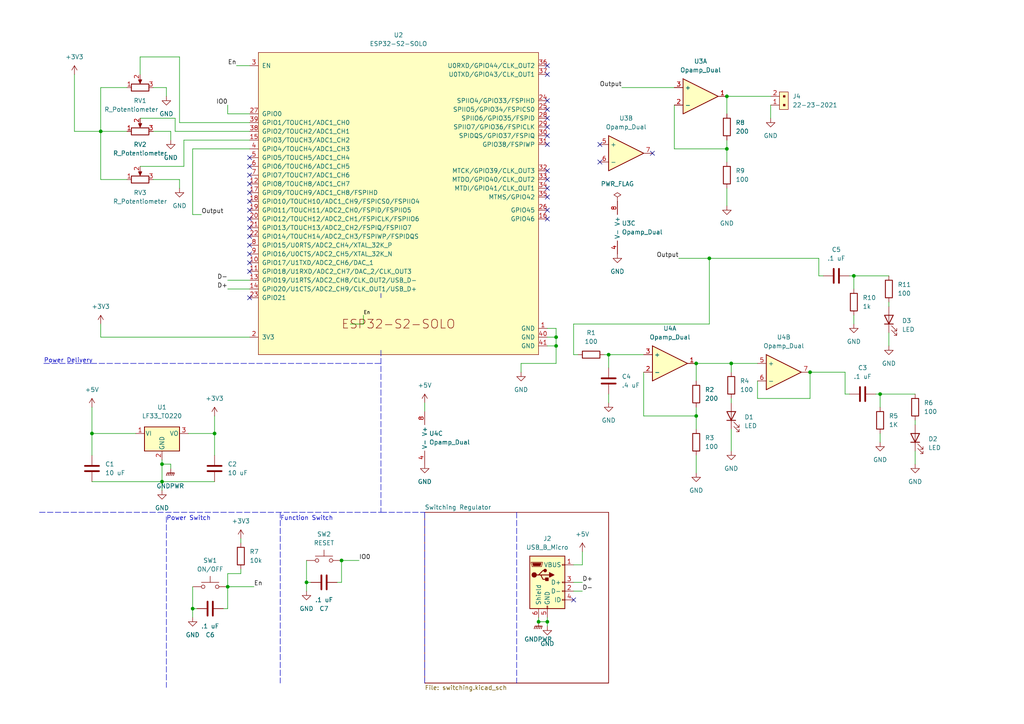
<source format=kicad_sch>
(kicad_sch (version 20211123) (generator eeschema)
  (paper "A4")
  (lib_symbols
    (symbol "Connector:USB_B_Micro" (pin_names (offset 1.016))
      (property "Reference" "J" (at -5.08 11.43 0))
      (property "Value" "USB_B_Micro" (at -5.08 8.89 0))
      (symbol "USB_B_Micro_0_1"
        (rectangle (start -5.08 -7.62) (end 5.08 7.62) (stroke (width 0.254)) (fill (type background)))
        (circle (center -3.81 2.159) (radius 0.635) (stroke (width 0.254)) (fill (type outline)))
        (circle (center -0.635 3.429) (radius 0.381) (stroke (width 0.254)) (fill (type outline)))
        (rectangle (start -0.127 -7.62) (end 0.127 -6.858))
        (polyline (pts (xy -1.905 2.159) (xy 0.635 2.159)) (stroke (width 0.254)))
        (polyline (pts (xy -3.175 2.159) (xy -2.54 2.159) (xy -1.27 3.429) (xy -0.635 3.429)) (stroke (width 0.254)))
        (polyline (pts (xy -2.54 2.159) (xy -1.905 2.159) (xy -1.27 0.889) (xy 0 0.889)) (stroke (width 0.254)))
        (polyline (pts (xy 0.635 2.794) (xy 0.635 1.524) (xy 1.905 2.159) (xy 0.635 2.794)) (stroke (width 0.254)) (fill (type outline)))
        (polyline (pts (xy -4.318 5.588) (xy -1.778 5.588) (xy -2.032 4.826) (xy -4.064 4.826) (xy -4.318 5.588)) (fill (type outline)))
        (polyline (pts (xy -4.699 5.842) (xy -4.699 5.588) (xy -4.445 4.826) (xy -4.445 4.572) (xy -1.651 4.572) (xy -1.651 4.826) (xy -1.397 5.588) (xy -1.397 5.842) (xy -4.699 5.842)))
        (rectangle (start 0.254 1.27) (end -0.508 0.508) (stroke (width 0.254)) (fill (type outline)))
        (rectangle (start 5.08 -5.207) (end 4.318 -4.953))
        (rectangle (start 5.08 -2.667) (end 4.318 -2.413))
        (rectangle (start 5.08 -0.127) (end 4.318 0.127))
        (rectangle (start 5.08 4.953) (end 4.318 5.207))
      )
      (symbol "USB_B_Micro_1_1"
        (pin power_out line (at 7.62 5.08 180) (length 2.54) (name "VBUS") (number "1"))
        (pin bidirectional line (at 7.62 -2.54 180) (length 2.54) (name "D-") (number "2"))
        (pin bidirectional line (at 7.62 0 180) (length 2.54) (name "D+") (number "3"))
        (pin passive line (at 7.62 -5.08 180) (length 2.54) (name "ID") (number "4"))
        (pin power_out line (at 0 -10.16 90) (length 2.54) (name "GND") (number "5"))
        (pin passive line (at -2.54 -10.16 90) (length 2.54) (name "Shield") (number "6"))
      )
    )
    (symbol "Device:C" (pin_numbers hide) (pin_names (offset 0.254))
      (property "Reference" "C" (at 0.635 2.54 0))
      (property "Value" "C" (at 0.635 -2.54 0))
      (symbol "C_0_1"
        (polyline (pts (xy -2.032 -0.762) (xy 2.032 -0.762)) (stroke (width 0.508)))
        (polyline (pts (xy -2.032 0.762) (xy 2.032 0.762)) (stroke (width 0.508)))
      )
      (symbol "C_1_1"
        (pin passive line (at 0 3.81 270) (length 2.794) (name "~") (number "1"))
        (pin passive line (at 0 -3.81 90) (length 2.794) (name "~") (number "2"))
      )
    )
    (symbol "Device:LED" (pin_numbers hide) (pin_names (offset 1.016) hide)
      (property "Reference" "D" (at 0 2.54 0))
      (property "Value" "LED" (at 0 -2.54 0))
      (symbol "LED_0_1"
        (polyline (pts (xy -1.27 -1.27) (xy -1.27 1.27)) (stroke (width 0.254)))
        (polyline (pts (xy -1.27 0) (xy 1.27 0)))
        (polyline (pts (xy 1.27 -1.27) (xy 1.27 1.27) (xy -1.27 0) (xy 1.27 -1.27)) (stroke (width 0.254)))
        (polyline (pts (xy -3.048 -0.762) (xy -4.572 -2.286) (xy -3.81 -2.286) (xy -4.572 -2.286) (xy -4.572 -1.524)))
        (polyline (pts (xy -1.778 -0.762) (xy -3.302 -2.286) (xy -2.54 -2.286) (xy -3.302 -2.286) (xy -3.302 -1.524)))
      )
      (symbol "LED_1_1"
        (pin passive line (at -3.81 0 0) (length 2.54) (name "K") (number "1"))
        (pin passive line (at 3.81 0 180) (length 2.54) (name "A") (number "2"))
      )
    )
    (symbol "Device:Opamp_Dual"
      (property "Reference" "U" (at 0 5.08 0))
      (property "Value" "Opamp_Dual" (at 0 -5.08 0))
      (symbol "Opamp_Dual_1_1"
        (polyline (pts (xy -5.08 5.08) (xy 5.08 0) (xy -5.08 -5.08) (xy -5.08 5.08)) (stroke (width 0.254)) (fill (type background)))
        (pin output line (at 7.62 0 180) (length 2.54) (name "~") (number "1"))
        (pin input line (at -7.62 -2.54 0) (length 2.54) (name "-") (number "2"))
        (pin input line (at -7.62 2.54 0) (length 2.54) (name "+") (number "3"))
      )
      (symbol "Opamp_Dual_2_1"
        (polyline (pts (xy -5.08 5.08) (xy 5.08 0) (xy -5.08 -5.08) (xy -5.08 5.08)) (stroke (width 0.254)) (fill (type background)))
        (pin input line (at -7.62 2.54 0) (length 2.54) (name "+") (number "5"))
        (pin input line (at -7.62 -2.54 0) (length 2.54) (name "-") (number "6"))
        (pin output line (at 7.62 0 180) (length 2.54) (name "~") (number "7"))
      )
      (symbol "Opamp_Dual_3_1"
        (pin power_in line (at -2.54 -7.62 90) (length 3.81) (name "V-") (number "4"))
        (pin power_in line (at -2.54 7.62 270) (length 3.81) (name "V+") (number "8"))
      )
    )
    (symbol "Device:R" (pin_numbers hide) (pin_names (offset 0))
      (property "Reference" "R" (at 2.032 0 90))
      (property "Value" "R" (at 0 0 90))
      (symbol "R_0_1"
        (rectangle (start -1.016 -2.54) (end 1.016 2.54) (stroke (width 0.254)))
      )
      (symbol "R_1_1"
        (pin passive line (at 0 3.81 270) (length 1.27) (name "~") (number "1"))
        (pin passive line (at 0 -3.81 90) (length 1.27) (name "~") (number "2"))
      )
    )
    (symbol "Device:R_Potentiometer" (pin_names (offset 1.016) hide)
      (property "Reference" "RV" (at -4.445 0 90))
      (property "Value" "R_Potentiometer" (at -2.54 0 90))
      (symbol "R_Potentiometer_0_1"
        (polyline (pts (xy 2.54 0) (xy 1.524 0)))
        (polyline (pts (xy 1.143 0) (xy 2.286 0.508) (xy 2.286 -0.508) (xy 1.143 0)) (fill (type outline)))
        (rectangle (start 1.016 2.54) (end -1.016 -2.54) (stroke (width 0.254)))
      )
      (symbol "R_Potentiometer_1_1"
        (pin passive line (at 0 3.81 270) (length 1.27) (name "1") (number "1"))
        (pin passive line (at 3.81 0 180) (length 1.27) (name "2") (number "2"))
        (pin passive line (at 0 -3.81 90) (length 1.27) (name "3") (number "3"))
      )
    )
    (symbol "Espressif:ESP32-S2-SOLO" (pin_names (offset 1.016))
      (property "Reference" "U" (at 0 43.18 0))
      (property "Value" "ESP32-S2-SOLO" (at 0 -46.99 0))
      (symbol "ESP32-S2-SOLO_0_1"
        (rectangle (start -40.64 41.91) (end 40.64 -45.72) (fill (type background)))
      )
      (symbol "ESP32-S2-SOLO_1_1"
        (text "ESP32-S2-SOLO" (at 0 -36.83 0) (effects (font (size 2.54 2.54))))
        (pin power_in line (at 43.18 -38.1 180) (length 2.54) (name "GND") (number "1"))
        (pin bidirectional line (at -43.18 -19.05 0) (length 2.54) (name "GPIO17/U1TXD/ADC2_CH6/DAC_1") (number "10"))
        (pin bidirectional line (at -43.18 -21.59 0) (length 2.54) (name "GPIO18/U1RXD/ADC2_CH7/DAC_2/CLK_OUT3") (number "11"))
        (pin bidirectional line (at -43.18 3.81 0) (length 2.54) (name "GPIO8/TOUCH8/ADC1_CH7") (number "12"))
        (pin bidirectional line (at -43.18 -24.13 0) (length 2.54) (name "GPIO19/U1RTS/ADC2_CH8/CLK_OUT2/USB_D-") (number "13"))
        (pin bidirectional line (at -43.18 -26.67 0) (length 2.54) (name "GPIO20/U1CTS/ADC2_CH9/CLK_OUT1/USB_D+") (number "14"))
        (pin bidirectional line (at -43.18 16.51 0) (length 2.54) (name "GPIO3/TOUCH3/ADC1_CH2") (number "15"))
        (pin input line (at 43.18 -6.35 180) (length 2.54) (name "GPIO46") (number "16"))
        (pin bidirectional line (at -43.18 1.27 0) (length 2.54) (name "GPIO9/TOUCH9/ADC1_CH8/FSPIHD") (number "17"))
        (pin bidirectional line (at -43.18 -1.27 0) (length 2.54) (name "GPIO10/TOUCH10/ADC1_CH9/FSPICS0/FSPIIO4") (number "18"))
        (pin bidirectional line (at -43.18 -3.81 0) (length 2.54) (name "GPIO11/TOUCH11/ADC2_CH0/FSPID/FSPIIO5") (number "19"))
        (pin power_in line (at -43.18 -40.64 0) (length 2.54) (name "3V3") (number "2"))
        (pin bidirectional line (at -43.18 -6.35 0) (length 2.54) (name "GPIO12/TOUCH12/ADC2_CH1/FSPICLK/FSPIIO6") (number "20"))
        (pin bidirectional line (at -43.18 -8.89 0) (length 2.54) (name "GPIO13/TOUCH13/ADC2_CH2/FSPIQ/FSPIIO7") (number "21"))
        (pin bidirectional line (at -43.18 -11.43 0) (length 2.54) (name "GPIO14/TOUCH14/ADC2_CH3/FSPIWP/FSPIDQS") (number "22"))
        (pin bidirectional line (at -43.18 -29.21 0) (length 2.54) (name "GPIO21") (number "23"))
        (pin bidirectional line (at 43.18 27.94 180) (length 2.54) (name "SPIIO4/GPIO33/FSPIHD") (number "24"))
        (pin bidirectional line (at 43.18 25.4 180) (length 2.54) (name "SPIIO5/GPIO34/FSPICS0") (number "25"))
        (pin bidirectional line (at 43.18 -3.81 180) (length 2.54) (name "GPIO45") (number "26"))
        (pin bidirectional line (at -43.18 24.13 0) (length 2.54) (name "GPIO0") (number "27"))
        (pin bidirectional line (at 43.18 22.86 180) (length 2.54) (name "SPIIO6/GPIO35/FSPID") (number "28"))
        (pin bidirectional line (at 43.18 20.32 180) (length 2.54) (name "SPIIO7/GPIO36/FSPICLK") (number "29"))
        (pin bidirectional line (at -43.18 38.1 0) (length 2.54) (name "EN") (number "3"))
        (pin bidirectional line (at 43.18 17.78 180) (length 2.54) (name "SPIDQS/GPIO37/FSPIQ") (number "30"))
        (pin bidirectional line (at 43.18 15.24 180) (length 2.54) (name "GPIO38/FSPIWP") (number "31"))
        (pin bidirectional line (at 43.18 7.62 180) (length 2.54) (name "MTCK/GPIO39/CLK_OUT3") (number "32"))
        (pin bidirectional line (at 43.18 5.08 180) (length 2.54) (name "MTDO/GPIO40/CLK_OUT2") (number "33"))
        (pin bidirectional line (at 43.18 2.54 180) (length 2.54) (name "MTDI/GPIO41/CLK_OUT1") (number "34"))
        (pin bidirectional line (at 43.18 0 180) (length 2.54) (name "MTMS/GPIO42") (number "35"))
        (pin bidirectional line (at 43.18 38.1 180) (length 2.54) (name "U0RXD/GPIO44/CLK_OUT2") (number "36"))
        (pin bidirectional line (at 43.18 35.56 180) (length 2.54) (name "U0TXD/GPIO43/CLK_OUT1") (number "37"))
        (pin bidirectional line (at -43.18 19.05 0) (length 2.54) (name "GPIO2/TOUCH2/ADC1_CH1") (number "38"))
        (pin bidirectional line (at -43.18 21.59 0) (length 2.54) (name "GPIO1/TOUCH1/ADC1_CH0") (number "39"))
        (pin bidirectional line (at -43.18 13.97 0) (length 2.54) (name "GPIO4/TOUCH4/ADC1_CH3") (number "4"))
        (pin input line (at 43.18 -40.64 180) (length 2.54) (name "GND") (number "40"))
        (pin input line (at 43.18 -43.18 180) (length 2.54) (name "GND") (number "41"))
        (pin bidirectional line (at -43.18 11.43 0) (length 2.54) (name "GPIO5/TOUCH5/ADC1_CH4") (number "5"))
        (pin bidirectional line (at -43.18 8.89 0) (length 2.54) (name "GPIO6/TOUCH6/ADC1_CH5") (number "6"))
        (pin bidirectional line (at -43.18 6.35 0) (length 2.54) (name "GPIO7/TOUCH7/ADC1_CH6") (number "7"))
        (pin bidirectional line (at -43.18 -13.97 0) (length 2.54) (name "GPIO15/U0RTS/ADC2_CH4/XTAL_32K_P") (number "8"))
        (pin bidirectional line (at -43.18 -16.51 0) (length 2.54) (name "GPIO16/U0CTS/ADC2_CH5/XTAL_32K_N") (number "9"))
      )
    )
    (symbol "Regulator_Linear:LF33_TO220" (pin_names (offset 0.254))
      (property "Reference" "U" (at -3.81 3.175 0))
      (property "Value" "LF33_TO220" (at 0 3.175 0))
      (symbol "LF33_TO220_0_1"
        (rectangle (start -5.08 1.905) (end 5.08 -5.08) (stroke (width 0.254)) (fill (type background)))
      )
      (symbol "LF33_TO220_1_1"
        (pin power_in line (at -7.62 0 0) (length 2.54) (name "VI") (number "1"))
        (pin power_in line (at 0 -7.62 90) (length 2.54) (name "GND") (number "2"))
        (pin power_out line (at 7.62 0 180) (length 2.54) (name "VO") (number "3"))
      )
    )
    (symbol "Switch:SW_Push" (pin_numbers hide) (pin_names (offset 1.016) hide)
      (property "Reference" "SW" (at 1.27 2.54 0))
      (property "Value" "SW_Push" (at 0 -1.524 0))
      (symbol "SW_Push_0_1"
        (circle (center -2.032 0) (radius 0.508))
        (polyline (pts (xy 0 1.27) (xy 0 3.048)))
        (polyline (pts (xy 2.54 1.27) (xy -2.54 1.27)))
        (circle (center 2.032 0) (radius 0.508))
        (pin passive line (at -5.08 0 0) (length 2.54) (name "1") (number "1"))
        (pin passive line (at 5.08 0 180) (length 2.54) (name "2") (number "2"))
      )
    )
    (symbol "dk_Rectangular-Connectors-Headers-Male-Pins:22-23-2021" (pin_names (offset 1.016))
      (property "Reference" "J" (at -2.54 1.27 0))
      (property "Value" "22-23-2021" (at 1.27 -3.81 0))
      (symbol "22-23-2021_1_1"
        (rectangle (start -1.27 0) (end 3.81 -2.54) (fill (type background)))
        (rectangle (start -0.254 -1.143) (end 0.254 -1.651) (fill (type outline)))
        (rectangle (start 2.286 -1.143) (end 2.794 -1.651) (fill (type outline)))
        (pin passive line (at 0 2.54 270) (length 2.54) (name "~") (number "1"))
        (pin passive line (at 2.54 2.54 270) (length 2.54) (name "~") (number "2"))
      )
    )
    (symbol "power:+3.3V" (power) (pin_names (offset 0))
      (property "Value" "+3.3V" (at 0 3.556 0))
      (symbol "+3.3V_0_1"
        (polyline (pts (xy -0.762 1.27) (xy 0 2.54)))
        (polyline (pts (xy 0 0) (xy 0 2.54)))
        (polyline (pts (xy 0 2.54) (xy 0.762 1.27)))
      )
      (symbol "+3.3V_1_1"
        (pin power_in line (at 0 0 90) (length 0) hide (name "+3V3") (number "1"))
      )
    )
    (symbol "power:+5V" (power) (pin_names (offset 0))
      (property "Value" "+5V" (at 0 3.556 0))
      (symbol "+5V_0_1"
        (polyline (pts (xy -0.762 1.27) (xy 0 2.54)))
        (polyline (pts (xy 0 0) (xy 0 2.54)))
        (polyline (pts (xy 0 2.54) (xy 0.762 1.27)))
      )
      (symbol "+5V_1_1"
        (pin power_in line (at 0 0 90) (length 0) hide (name "+5V") (number "1"))
      )
    )
    (symbol "power:GND" (power) (pin_names (offset 0))
      (property "Value" "GND" (at 0 -3.81 0))
      (symbol "GND_0_1"
        (polyline (pts (xy 0 0) (xy 0 -1.27) (xy 1.27 -1.27) (xy 0 -2.54) (xy -1.27 -1.27) (xy 0 -1.27)))
      )
      (symbol "GND_1_1"
        (pin power_in line (at 0 0 270) (length 0) hide (name "GND") (number "1"))
      )
    )
    (symbol "power:GNDPWR" (power) (pin_names (offset 0))
      (property "Value" "GNDPWR" (at 0 -3.302 0))
      (symbol "GNDPWR_0_1"
        (polyline (pts (xy 0 -1.27) (xy 0 0)))
        (polyline (pts (xy -1.016 -1.27) (xy -1.27 -2.032) (xy -1.27 -2.032)) (stroke (width 0.2032)))
        (polyline (pts (xy -0.508 -1.27) (xy -0.762 -2.032) (xy -0.762 -2.032)) (stroke (width 0.2032)))
        (polyline (pts (xy 0 -1.27) (xy -0.254 -2.032) (xy -0.254 -2.032)) (stroke (width 0.2032)))
        (polyline (pts (xy 0.508 -1.27) (xy 0.254 -2.032) (xy 0.254 -2.032)) (stroke (width 0.2032)))
        (polyline (pts (xy 1.016 -1.27) (xy -1.016 -1.27) (xy -1.016 -1.27)) (stroke (width 0.2032)))
        (polyline (pts (xy 1.016 -1.27) (xy 0.762 -2.032) (xy 0.762 -2.032) (xy 0.762 -2.032)) (stroke (width 0.2032)))
      )
      (symbol "GNDPWR_1_1"
        (pin power_in line (at 0 0 270) (length 0) hide (name "GNDPWR") (number "1"))
      )
    )
    (symbol "power:PWR_FLAG" (power) (pin_numbers hide) (pin_names (offset 0) hide)
      (property "Value" "PWR_FLAG" (at 0 3.81 0))
      (symbol "PWR_FLAG_0_0"
        (pin power_out line (at 0 0 90) (length 0) (name "pwr") (number "1"))
      )
      (symbol "PWR_FLAG_0_1"
        (polyline (pts (xy 0 0) (xy 0 1.27) (xy -1.016 1.905) (xy 0 2.54) (xy 1.016 1.905) (xy 0 1.27)))
      )
    )
  )
  (junction (at 210.82 27.94))
  (junction (at 99.06 162.56))
  (junction (at 234.95 107.95))
  (junction (at 88.9 168.91))
  (junction (at 158.75 180.34))
  (junction (at 212.09 105.41))
  (junction (at 156.21 180.34))
  (junction (at 46.99 134.62))
  (junction (at 210.82 43.18))
  (junction (at 62.23 125.73))
  (junction (at 46.99 139.7))
  (junction (at 161.29 100.33))
  (junction (at 205.74 74.93))
  (junction (at 29.21 38.1))
  (junction (at 176.53 102.87))
  (junction (at 201.93 120.65))
  (junction (at 66.04 170.18))
  (junction (at 201.93 105.41))
  (junction (at 26.67 125.73))
  (junction (at 247.65 80.01))
  (junction (at 55.88 176.53))
  (junction (at 255.27 114.3))
  (junction (at 161.29 97.79))
  (no_connect (at 166.37 173.99))
  (no_connect (at 189.23 44.45))
  (no_connect (at 173.99 41.91))
  (no_connect (at 173.99 46.99))
  (no_connect (at 72.39 86.36))
  (no_connect (at 158.75 36.83))
  (no_connect (at 158.75 39.37))
  (no_connect (at 158.75 19.05))
  (no_connect (at 158.75 21.59))
  (no_connect (at 158.75 29.21))
  (no_connect (at 158.75 31.75))
  (no_connect (at 158.75 34.29))
  (no_connect (at 72.39 45.72))
  (no_connect (at 72.39 48.26))
  (no_connect (at 72.39 50.8))
  (no_connect (at 72.39 78.74))
  (no_connect (at 72.39 53.34))
  (no_connect (at 72.39 55.88))
  (no_connect (at 72.39 58.42))
  (no_connect (at 72.39 60.96))
  (no_connect (at 72.39 63.5))
  (no_connect (at 72.39 66.04))
  (no_connect (at 72.39 68.58))
  (no_connect (at 72.39 71.12))
  (no_connect (at 72.39 73.66))
  (no_connect (at 72.39 76.2))
  (no_connect (at 158.75 41.91))
  (no_connect (at 158.75 49.53))
  (no_connect (at 158.75 52.07))
  (no_connect (at 158.75 54.61))
  (no_connect (at 158.75 57.15))
  (no_connect (at 158.75 60.96))
  (no_connect (at 158.75 63.5))
  (wire (pts (xy 69.85 156.21) (xy 69.85 157.48)))
  (wire (pts (xy 55.88 170.18) (xy 55.88 176.53)))
  (wire (pts (xy 46.99 139.7) (xy 46.99 142.24)))
  (wire (pts (xy 55.88 176.53) (xy 57.15 176.53)))
  (wire (pts (xy 161.29 95.25) (xy 158.75 95.25)))
  (wire (pts (xy 101.6 93.98) (xy 105.41 93.98)))
  (wire (pts (xy 55.88 62.23) (xy 58.42 62.23)))
  (wire (pts (xy 156.21 179.07) (xy 156.21 180.34)))
  (wire (pts (xy 212.09 124.46) (xy 212.09 130.81)))
  (wire (pts (xy 52.07 52.07) (xy 52.07 54.61)))
  (wire (pts (xy 50.8 34.29) (xy 50.8 38.1)))
  (polyline (pts (xy 11.43 148.59) (xy 110.49 148.59)))
  (polyline (pts (xy 81.28 148.59) (xy 81.28 198.12)))
  (wire (pts (xy 40.64 48.26) (xy 53.34 48.26)))
  (wire (pts (xy 29.21 38.1) (xy 29.21 52.07)))
  (wire (pts (xy 201.93 118.11) (xy 201.93 120.65)))
  (wire (pts (xy 88.9 168.91) (xy 88.9 171.45)))
  (wire (pts (xy 161.29 97.79) (xy 161.29 95.25)))
  (wire (pts (xy 201.93 105.41) (xy 212.09 105.41)))
  (wire (pts (xy 247.65 80.01) (xy 247.65 83.82)))
  (wire (pts (xy 166.37 102.87) (xy 167.64 102.87)))
  (wire (pts (xy 210.82 27.94) (xy 223.52 27.94)))
  (wire (pts (xy 237.49 74.93) (xy 237.49 80.01)))
  (wire (pts (xy 66.04 33.02) (xy 72.39 33.02)))
  (wire (pts (xy 265.43 121.92) (xy 265.43 123.19)))
  (wire (pts (xy 26.67 125.73) (xy 26.67 132.08)))
  (wire (pts (xy 201.93 120.65) (xy 201.93 124.46)))
  (wire (pts (xy 46.99 134.62) (xy 49.53 134.62)))
  (wire (pts (xy 52.07 16.51) (xy 52.07 35.56)))
  (wire (pts (xy 175.26 102.87) (xy 176.53 102.87)))
  (wire (pts (xy 166.37 168.91) (xy 168.91 168.91)))
  (wire (pts (xy 219.71 115.57) (xy 219.71 110.49)))
  (wire (pts (xy 26.67 125.73) (xy 39.37 125.73)))
  (wire (pts (xy 55.88 176.53) (xy 55.88 179.07)))
  (wire (pts (xy 210.82 43.18) (xy 210.82 46.99)))
  (wire (pts (xy 205.74 74.93) (xy 205.74 93.98)))
  (wire (pts (xy 44.45 38.1) (xy 49.53 38.1)))
  (wire (pts (xy 201.93 105.41) (xy 201.93 110.49)))
  (wire (pts (xy 46.99 139.7) (xy 62.23 139.7)))
  (wire (pts (xy 186.69 107.95) (xy 186.69 120.65)))
  (wire (pts (xy 50.8 38.1) (xy 72.39 38.1)))
  (wire (pts (xy 66.04 176.53) (xy 66.04 170.18)))
  (wire (pts (xy 49.53 134.62) (xy 49.53 135.89)))
  (wire (pts (xy 36.83 25.4) (xy 29.21 25.4)))
  (wire (pts (xy 205.74 93.98) (xy 166.37 93.98)))
  (wire (pts (xy 55.88 43.18) (xy 55.88 62.23)))
  (wire (pts (xy 29.21 97.79) (xy 72.39 97.79)))
  (wire (pts (xy 52.07 52.07) (xy 44.45 52.07)))
  (wire (pts (xy 254 114.3) (xy 255.27 114.3)))
  (wire (pts (xy 29.21 25.4) (xy 29.21 38.1)))
  (wire (pts (xy 151.13 105.41) (xy 151.13 107.95)))
  (wire (pts (xy 21.59 21.59) (xy 21.59 38.1)))
  (wire (pts (xy 212.09 105.41) (xy 219.71 105.41)))
  (wire (pts (xy 40.64 16.51) (xy 52.07 16.51)))
  (wire (pts (xy 158.75 180.34) (xy 158.75 181.61)))
  (wire (pts (xy 176.53 114.3) (xy 176.53 116.84)))
  (wire (pts (xy 210.82 40.64) (xy 210.82 43.18)))
  (wire (pts (xy 246.38 80.01) (xy 247.65 80.01)))
  (wire (pts (xy 69.85 166.37) (xy 69.85 165.1)))
  (wire (pts (xy 29.21 38.1) (xy 21.59 38.1)))
  (wire (pts (xy 166.37 171.45) (xy 168.91 171.45)))
  (wire (pts (xy 245.11 107.95) (xy 245.11 114.3)))
  (polyline (pts (xy 110.49 86.36) (xy 110.49 85.09)))
  (wire (pts (xy 66.04 81.28) (xy 72.39 81.28)))
  (polyline (pts (xy 48.26 149.86) (xy 48.26 199.39)))
  (wire (pts (xy 48.26 25.4) (xy 48.26 27.94)))
  (polyline (pts (xy 12.7 105.41) (xy 110.49 105.41)))
  (wire (pts (xy 46.99 134.62) (xy 46.99 139.7)))
  (wire (pts (xy 255.27 114.3) (xy 255.27 118.11)))
  (wire (pts (xy 49.53 38.1) (xy 49.53 40.64)))
  (wire (pts (xy 196.85 74.93) (xy 205.74 74.93)))
  (wire (pts (xy 52.07 35.56) (xy 72.39 35.56)))
  (wire (pts (xy 234.95 115.57) (xy 219.71 115.57)))
  (wire (pts (xy 210.82 27.94) (xy 210.82 33.02)))
  (wire (pts (xy 255.27 125.73) (xy 255.27 128.27)))
  (wire (pts (xy 247.65 80.01) (xy 257.81 80.01)))
  (polyline (pts (xy 123.19 148.59) (xy 123.19 198.12)))
  (wire (pts (xy 176.53 102.87) (xy 176.53 106.68)))
  (wire (pts (xy 68.58 19.05) (xy 72.39 19.05)))
  (wire (pts (xy 245.11 114.3) (xy 246.38 114.3)))
  (wire (pts (xy 205.74 74.93) (xy 237.49 74.93)))
  (wire (pts (xy 234.95 107.95) (xy 234.95 115.57)))
  (wire (pts (xy 66.04 170.18) (xy 73.66 170.18)))
  (wire (pts (xy 151.13 105.41) (xy 161.29 105.41)))
  (wire (pts (xy 255.27 114.3) (xy 265.43 114.3)))
  (wire (pts (xy 123.19 116.84) (xy 123.19 119.38)))
  (wire (pts (xy 234.95 107.95) (xy 245.11 107.95)))
  (wire (pts (xy 265.43 130.81) (xy 265.43 134.62)))
  (wire (pts (xy 156.21 180.34) (xy 158.75 180.34)))
  (wire (pts (xy 180.34 25.4) (xy 195.58 25.4)))
  (wire (pts (xy 66.04 166.37) (xy 69.85 166.37)))
  (wire (pts (xy 257.81 87.63) (xy 257.81 88.9)))
  (wire (pts (xy 66.04 33.02) (xy 66.04 30.48)))
  (wire (pts (xy 26.67 139.7) (xy 46.99 139.7)))
  (wire (pts (xy 195.58 43.18) (xy 210.82 43.18)))
  (wire (pts (xy 166.37 163.83) (xy 168.91 163.83)))
  (wire (pts (xy 54.61 125.73) (xy 62.23 125.73)))
  (wire (pts (xy 168.91 160.02) (xy 168.91 163.83)))
  (wire (pts (xy 212.09 115.57) (xy 212.09 116.84)))
  (wire (pts (xy 97.79 168.91) (xy 99.06 168.91)))
  (wire (pts (xy 158.75 179.07) (xy 158.75 180.34)))
  (wire (pts (xy 55.88 43.18) (xy 72.39 43.18)))
  (wire (pts (xy 66.04 166.37) (xy 66.04 170.18)))
  (wire (pts (xy 223.52 30.48) (xy 223.52 34.29)))
  (wire (pts (xy 257.81 96.52) (xy 257.81 100.33)))
  (wire (pts (xy 212.09 105.41) (xy 212.09 107.95)))
  (wire (pts (xy 158.75 100.33) (xy 161.29 100.33)))
  (wire (pts (xy 29.21 52.07) (xy 36.83 52.07)))
  (wire (pts (xy 46.99 133.35) (xy 46.99 134.62)))
  (polyline (pts (xy 110.49 101.6) (xy 110.49 148.59)))
  (wire (pts (xy 158.75 97.79) (xy 161.29 97.79)))
  (wire (pts (xy 40.64 21.59) (xy 40.64 16.51)))
  (wire (pts (xy 247.65 91.44) (xy 247.65 93.98)))
  (wire (pts (xy 62.23 125.73) (xy 62.23 132.08)))
  (wire (pts (xy 44.45 25.4) (xy 48.26 25.4)))
  (wire (pts (xy 210.82 54.61) (xy 210.82 59.69)))
  (wire (pts (xy 176.53 102.87) (xy 186.69 102.87)))
  (wire (pts (xy 105.41 91.44) (xy 105.41 93.98)))
  (wire (pts (xy 201.93 132.08) (xy 201.93 137.16)))
  (wire (pts (xy 99.06 168.91) (xy 99.06 162.56)))
  (wire (pts (xy 237.49 80.01) (xy 238.76 80.01)))
  (wire (pts (xy 161.29 105.41) (xy 161.29 100.33)))
  (wire (pts (xy 64.77 176.53) (xy 66.04 176.53)))
  (wire (pts (xy 161.29 100.33) (xy 161.29 97.79)))
  (wire (pts (xy 40.64 34.29) (xy 50.8 34.29)))
  (wire (pts (xy 53.34 48.26) (xy 53.34 40.64)))
  (wire (pts (xy 166.37 93.98) (xy 166.37 102.87)))
  (wire (pts (xy 53.34 40.64) (xy 72.39 40.64)))
  (wire (pts (xy 88.9 162.56) (xy 88.9 168.91)))
  (wire (pts (xy 186.69 120.65) (xy 201.93 120.65)))
  (wire (pts (xy 29.21 93.98) (xy 29.21 97.79)))
  (wire (pts (xy 29.21 38.1) (xy 36.83 38.1)))
  (wire (pts (xy 195.58 30.48) (xy 195.58 43.18)))
  (wire (pts (xy 99.06 162.56) (xy 104.14 162.56)))
  (polyline (pts (xy 110.49 148.59) (xy 123.19 148.59)))
  (polyline (pts (xy 149.86 148.59) (xy 149.86 198.12)))
  (wire (pts (xy 26.67 118.11) (xy 26.67 125.73)))
  (wire (pts (xy 62.23 125.73) (xy 62.23 120.65)))
  (wire (pts (xy 72.39 83.82) (xy 66.04 83.82)))
  (wire (pts (xy 88.9 168.91) (xy 90.17 168.91)))
  (text "Power Delivery\n" (at 12.7 105.41 0) (effects (font (size 1.27 1.27)) (justify left bottom)))
  (text "Power Switch\n" (at 48.26 151.13 0) (effects (font (size 1.27 1.27)) (justify left bottom)))
  (text "Function Switch\n" (at 81.28 151.13 0) (effects (font (size 1.27 1.27)) (justify left bottom)))
  (label "D+" (at 168.91 168.91 0))
  (label "Output" (at 180.34 25.4 180))
  (label "D-" (at 168.91 171.45 0))
  (label "IO0" (at 104.14 162.56 0))
  (label "En" (at 105.41 91.44 0) (effects (font (size 1 1))))
  (label "En" (at 73.66 170.18 0))
  (label "Output" (at 58.42 62.23 0))
  (label "D-" (at 66.04 81.28 180))
  (label "IO0" (at 66.04 30.48 180))
  (label "En" (at 68.58 19.05 180))
  (label "Output" (at 196.85 74.93 180))
  (label "D+" (at 66.04 83.82 180))
  (symbol (lib_id "power:GND") (at 212.09 130.81 0) (unit 1)
    (property "Reference" "#PWR0102" (effects hide))
    (property "Value" "GND" (at 212.09 135.89 0))
  )
  (symbol (lib_id "Device:R") (at 265.43 118.11 0) (unit 1)
    (property "Reference" "R6" (at 267.97 116.8399 0) (effects (justify left)))
    (property "Value" "100" (at 267.97 119.3799 0) (effects (justify left)))
    (property "Footprint" "Resistor_SMD:R_0603_1608Metric" (effects hide))
  )
  (symbol (lib_id "power:+3.3V") (at 21.59 21.59 0) (unit 1)
    (property "Reference" "#PWR0111" (effects hide))
    (property "Value" "+3.3V" (at 21.59 16.51 0))
  )
  (symbol (lib_id "Connector:USB_B_Micro") (at 158.75 168.91 0) (unit 1)
    (property "Reference" "J2" (at 158.75 156.21 0))
    (property "Value" "USB_B_Micro" (at 158.75 158.75 0))
    (property "Footprint" "Connector_USB:USB_Micro-B_GCT_USB3076-30-A" (effects hide))
  )
  (symbol (lib_id "power:GND") (at 247.65 93.98 0) (unit 1)
    (property "Reference" "#PWR0122" (effects hide))
    (property "Value" "GND" (at 247.65 99.06 0))
  )
  (symbol (lib_id "power:GND") (at 88.9 171.45 0) (unit 1)
    (property "Reference" "#PWR0113" (effects hide))
    (property "Value" "GND" (at 88.9 176.53 0))
  )
  (symbol (lib_id "Switch:SW_Push") (at 93.98 162.56 0) (unit 1)
    (property "Reference" "SW2" (at 93.98 154.94 0))
    (property "Value" "RESET" (at 93.98 157.48 0))
    (property "Footprint" "Button_Switch_SMD:SW_DPDT_CK_JS202011JCQN" (effects hide))
  )
  (symbol (lib_id "Device:R_Potentiometer") (at 40.64 38.1 90) (unit 1)
    (property "Reference" "RV2" (at 40.64 41.91 90))
    (property "Value" "R_Potentiometer" (at 40.64 44.45 90))
    (property "Footprint" "Potentiometer_THT:Potentiometer_ACP_CA9-V10_Vertical" (effects hide))
  )
  (symbol (lib_id "Device:C") (at 176.53 110.49 0) (unit 1)
    (property "Reference" "C4" (at 180.34 109.2199 0) (effects (justify left)))
    (property "Value" ".4 uF" (at 180.34 111.7599 0) (effects (justify left)))
    (property "Footprint" "Capacitor_SMD:C_0603_1608Metric" (effects hide))
  )
  (symbol (lib_id "Device:Opamp_Dual") (at 181.61 66.04 0) (unit 3)
    (property "Reference" "U3" (at 180.34 64.7699 0) (effects (justify left)))
    (property "Value" "Opamp_Dual" (at 180.34 67.3099 0) (effects (justify left)))
    (property "Footprint" "Library:SOIC127P600X175-8N" (effects hide))
  )
  (symbol (lib_id "power:GND") (at 201.93 137.16 0) (unit 1)
    (property "Reference" "#PWR0103" (effects hide))
    (property "Value" "GND" (at 201.93 142.24 0))
  )
  (symbol (lib_id "power:+3.3V") (at 69.85 156.21 0) (unit 1)
    (property "Reference" "#PWR0112" (effects hide))
    (property "Value" "+3.3V" (at 69.85 151.13 0))
  )
  (symbol (lib_id "Device:LED") (at 257.81 92.71 90) (unit 1)
    (property "Reference" "D3" (at 261.62 93.0274 90) (effects (justify right)))
    (property "Value" "LED" (at 261.62 95.5674 90) (effects (justify right)))
    (property "Footprint" "LED_THT:LED_D5.0mm-3" (effects hide))
  )
  (symbol (lib_id "power:GND") (at 223.52 34.29 0) (unit 1)
    (property "Reference" "#PWR0126" (effects hide))
    (property "Value" "GND" (at 223.52 39.37 0))
  )
  (symbol (lib_id "Device:LED") (at 212.09 120.65 90) (unit 1)
    (property "Reference" "D1" (at 215.9 120.9674 90) (effects (justify right)))
    (property "Value" "LED" (at 215.9 123.5074 90) (effects (justify right)))
    (property "Footprint" "LED_THT:LED_D5.0mm-3" (effects hide))
  )
  (symbol (lib_id "power:GND") (at 52.07 54.61 0) (unit 1)
    (property "Reference" "#PWR0108" (effects hide))
    (property "Value" "GND" (at 52.07 59.69 0))
  )
  (symbol (lib_id "Device:R_Potentiometer") (at 40.64 25.4 90) (unit 1)
    (property "Reference" "RV1" (at 40.64 29.21 90))
    (property "Value" "R_Potentiometer" (at 38.1 31.75 90))
    (property "Footprint" "Potentiometer_THT:Potentiometer_ACP_CA9-V10_Vertical" (effects hide))
  )
  (symbol (lib_id "power:GND") (at 151.13 107.95 0) (unit 1)
    (property "Reference" "#PWR0110" (effects hide))
    (property "Value" "GND" (at 151.13 113.03 0))
  )
  (symbol (lib_id "power:GND") (at 176.53 116.84 0) (unit 1)
    (property "Reference" "#PWR0101" (effects hide))
    (property "Value" "GND" (at 176.53 121.92 0))
  )
  (symbol (lib_id "Device:C") (at 60.96 176.53 90) (unit 1)
    (property "Reference" "C6" (at 60.96 184.15 90))
    (property "Value" ".1 uF" (at 60.96 181.61 90))
    (property "Footprint" "Capacitor_SMD:C_0603_1608Metric" (effects hide))
  )
  (symbol (lib_id "power:+5V") (at 168.91 160.02 0) (unit 1)
    (property "Reference" "#PWR0127" (effects hide))
    (property "Value" "+5V" (at 168.91 154.94 0))
  )
  (symbol (lib_id "Device:Opamp_Dual") (at 203.2 27.94 0) (unit 1)
    (property "Reference" "U3" (at 203.2 17.78 0))
    (property "Value" "Opamp_Dual" (at 203.2 20.32 0))
    (property "Footprint" "Library:SOIC127P600X175-8N" (effects hide))
  )
  (symbol (lib_id "power:GND") (at 210.82 59.69 0) (unit 1)
    (property "Reference" "#PWR0119" (effects hide))
    (property "Value" "GND" (at 210.82 64.77 0))
  )
  (symbol (lib_id "power:+5V") (at 26.67 118.11 0) (unit 1)
    (property "Reference" "#PWR0117" (effects hide))
    (property "Value" "+5V" (at 26.67 113.03 0))
  )
  (symbol (lib_id "power:GND") (at 55.88 179.07 0) (unit 1)
    (property "Reference" "#PWR0114" (effects hide))
    (property "Value" "GND" (at 55.88 184.15 0))
  )
  (symbol (lib_id "Device:C") (at 62.23 135.89 0) (unit 1)
    (property "Reference" "C2" (at 66.04 134.6199 0) (effects (justify left)))
    (property "Value" "10 uF" (at 66.04 137.1599 0) (effects (justify left)))
    (property "Footprint" "Capacitor_SMD:C_0805_2012Metric" (effects hide))
  )
  (symbol (lib_id "Device:R") (at 212.09 111.76 0) (unit 1)
    (property "Reference" "R4" (at 214.63 110.4899 0) (effects (justify left)))
    (property "Value" "100" (at 214.63 113.0299 0) (effects (justify left)))
    (property "Footprint" "Resistor_SMD:R_0603_1608Metric" (effects hide))
  )
  (symbol (lib_id "power:+3.3V") (at 62.23 120.65 0) (unit 1)
    (property "Reference" "#PWR0115" (effects hide))
    (property "Value" "+3.3V" (at 62.23 115.57 0))
  )
  (symbol (lib_id "Device:R") (at 201.93 114.3 0) (unit 1)
    (property "Reference" "R2" (at 204.47 113.0299 0) (effects (justify left)))
    (property "Value" "200" (at 204.47 115.5699 0) (effects (justify left)))
    (property "Footprint" "Resistor_SMD:R_0603_1608Metric" (effects hide))
  )
  (symbol (lib_id "Espressif:ESP32-S2-SOLO") (at 115.57 57.15 0) (unit 1)
    (property "Reference" "U2" (at 115.57 10.16 0))
    (property "Value" "ESP32-S2-SOLO" (at 115.57 12.7 0))
    (property "Footprint" "Espressif:ESP32-S2-SOLO" (effects hide))
    (property "Datasheet" "https://www.espressif.com/sites/default/files/documentation/esp32-s2-solo_esp32-s2-solo-u_datasheet_en.pdf" (effects hide))
  )
  (symbol (lib_id "Device:C") (at 242.57 80.01 90) (unit 1)
    (property "Reference" "C5" (at 242.57 72.39 90))
    (property "Value" ".1 uF" (at 242.57 74.93 90))
    (property "Footprint" "Capacitor_SMD:C_0603_1608Metric" (effects hide))
  )
  (symbol (lib_id "Device:C") (at 250.19 114.3 90) (unit 1)
    (property "Reference" "C3" (at 250.19 106.68 90))
    (property "Value" ".1 uF" (at 250.19 109.22 90))
    (property "Footprint" "Capacitor_SMD:C_0603_1608Metric" (effects hide))
  )
  (symbol (lib_id "Device:R") (at 201.93 128.27 0) (unit 1)
    (property "Reference" "R3" (at 204.47 126.9999 0) (effects (justify left)))
    (property "Value" "100" (at 204.47 129.5399 0) (effects (justify left)))
    (property "Footprint" "Resistor_SMD:R_0603_1608Metric" (effects hide))
  )
  (symbol (lib_id "Switch:SW_Push") (at 60.96 170.18 0) (unit 1)
    (property "Reference" "SW1" (at 60.96 162.56 0))
    (property "Value" "ON/OFF" (at 60.96 165.1 0))
    (property "Footprint" "Button_Switch_SMD:SW_DPDT_CK_JS202011JCQN" (effects hide))
  )
  (symbol (lib_id "power:GND") (at 179.07 73.66 0) (unit 1)
    (property "Reference" "#PWR0121" (effects hide))
    (property "Value" "GND" (at 179.07 78.74 0))
  )
  (symbol (lib_id "Device:R_Potentiometer") (at 40.64 52.07 90) (unit 1)
    (property "Reference" "RV3" (at 40.64 55.88 90))
    (property "Value" "R_Potentiometer" (at 40.64 58.42 90))
    (property "Footprint" "Potentiometer_THT:Potentiometer_ACP_CA9-V10_Vertical" (effects hide))
  )
  (symbol (lib_id "power:GND") (at 46.99 142.24 0) (unit 1)
    (property "Reference" "#PWR0116" (effects hide))
    (property "Value" "GND" (at 46.99 147.32 0))
  )
  (symbol (lib_id "dk_Rectangular-Connectors-Headers-Male-Pins:22-23-2021") (at 226.06 30.48 90) (unit 1)
    (property "Reference" "J4" (at 229.87 27.9399 90) (effects (justify right)))
    (property "Value" "22-23-2021" (at 229.87 30.4799 90) (effects (justify right)))
    (property "Footprint" "digikey-footprints:PinHeader_1x2_P2.54mm_Drill1.02mm" (effects hide))
    (property "Datasheet" "https://media.digikey.com/pdf/Data%20Sheets/Molex%20PDFs/A-6373-N_Series_Dwg_2010-12-03.pdf" (effects hide))
    (property "Digi-Key_PN" "WM4200-ND" (effects hide))
    (property "MPN" "22-23-2021" (effects hide))
    (property "Category" "Connectors, Interconnects" (effects hide))
    (property "Family" "Rectangular Connectors - Headers, Male Pins" (effects hide))
    (property "DK_Datasheet_Link" "https://media.digikey.com/pdf/Data%20Sheets/Molex%20PDFs/A-6373-N_Series_Dwg_2010-12-03.pdf" (effects hide))
    (property "DK_Detail_Page" "/product-detail/en/molex/22-23-2021/WM4200-ND/26667" (effects hide))
    (property "Description" "CONN HEADER VERT 2POS 2.54MM" (effects hide))
    (property "Manufacturer" "Molex" (effects hide))
    (property "Status" "Active" (effects hide))
  )
  (symbol (lib_id "Device:Opamp_Dual") (at 181.61 44.45 0) (unit 2)
    (property "Reference" "U3" (at 181.61 34.29 0))
    (property "Value" "Opamp_Dual" (at 181.61 36.83 0))
    (property "Footprint" "Library:SOIC127P600X175-8N" (effects hide))
  )
  (symbol (lib_id "power:GNDPWR") (at 156.21 180.34 0) (unit 1)
    (property "Reference" "#PWR0138" (effects hide))
    (property "Value" "GNDPWR" (at 156.083 185.42 0))
  )
  (symbol (lib_id "Device:C") (at 26.67 135.89 0) (unit 1)
    (property "Reference" "C1" (at 30.48 134.6199 0) (effects (justify left)))
    (property "Value" "10 uF" (at 30.48 137.1599 0) (effects (justify left)))
    (property "Footprint" "Capacitor_SMD:C_0805_2012Metric" (effects hide))
  )
  (symbol (lib_id "power:GND") (at 49.53 40.64 0) (unit 1)
    (property "Reference" "#PWR0107" (effects hide))
    (property "Value" "GND" (at 49.53 45.72 0))
  )
  (symbol (lib_id "Device:R") (at 69.85 161.29 0) (unit 1)
    (property "Reference" "R7" (at 72.39 160.0199 0) (effects (justify left)))
    (property "Value" "10k" (at 72.39 162.5599 0) (effects (justify left)))
    (property "Footprint" "Resistor_SMD:R_0805_2012Metric" (effects hide))
  )
  (symbol (lib_id "power:+5V") (at 123.19 116.84 0) (unit 1)
    (property "Reference" "#PWR0104" (effects hide))
    (property "Value" "+5V" (at 123.19 111.76 0))
  )
  (symbol (lib_id "power:GND") (at 257.81 100.33 0) (unit 1)
    (property "Reference" "#PWR0123" (effects hide))
    (property "Value" "GND" (at 257.81 105.41 0))
  )
  (symbol (lib_id "Regulator_Linear:LF33_TO220") (at 46.99 125.73 0) (unit 1)
    (property "Reference" "U1" (at 46.99 118.11 0))
    (property "Value" "LF33_TO220" (at 46.99 120.65 0))
    (property "Footprint" "Package_TO_SOT_THT:TO-220-3_Vertical" (effects hide))
    (property "Datasheet" "http://www.st.com/content/ccc/resource/technical/document/datasheet/c4/0e/7e/2a/be/bc/4c/bd/CD00000546.pdf/files/CD00000546.pdf/jcr:content/translations/en.CD00000546.pdf" (effects hide))
  )
  (symbol (lib_id "Device:LED") (at 265.43 127 90) (unit 1)
    (property "Reference" "D2" (at 269.24 127.3174 90) (effects (justify right)))
    (property "Value" "LED" (at 269.24 129.8574 90) (effects (justify right)))
    (property "Footprint" "LED_THT:LED_D5.0mm-3" (effects hide))
  )
  (symbol (lib_id "Device:C") (at 93.98 168.91 90) (unit 1)
    (property "Reference" "C7" (at 93.98 176.53 90))
    (property "Value" ".1 uF" (at 93.98 173.99 90))
    (property "Footprint" "Capacitor_SMD:C_0603_1608Metric" (effects hide))
  )
  (symbol (lib_id "Device:Opamp_Dual") (at 194.31 105.41 0) (unit 1)
    (property "Reference" "U4" (at 194.31 95.25 0))
    (property "Value" "Opamp_Dual" (at 194.31 97.79 0))
    (property "Footprint" "Library:SOIC127P600X175-8N" (effects hide))
  )
  (symbol (lib_id "power:PWR_FLAG") (at 179.07 58.42 0) (unit 1)
    (property "Reference" "#FLG0101" (effects hide))
    (property "Value" "PWR_FLAG" (at 179.07 53.34 0))
  )
  (symbol (lib_id "power:+3.3V") (at 29.21 93.98 0) (unit 1)
    (property "Reference" "#PWR0106" (effects hide))
    (property "Value" "+3.3V" (at 29.21 88.9 0))
  )
  (symbol (lib_id "power:GND") (at 123.19 134.62 0) (unit 1)
    (property "Reference" "#PWR0105" (effects hide))
    (property "Value" "GND" (at 123.19 139.7 0))
  )
  (symbol (lib_id "power:GND") (at 158.75 181.61 0) (unit 1)
    (property "Reference" "#PWR0120" (effects hide))
    (property "Value" "GND" (at 158.75 186.69 0))
  )
  (symbol (lib_id "Device:Opamp_Dual") (at 227.33 107.95 0) (unit 2)
    (property "Reference" "U4" (at 227.33 97.79 0))
    (property "Value" "Opamp_Dual" (at 227.33 100.33 0))
    (property "Footprint" "Library:SOIC127P600X175-8N" (effects hide))
  )
  (symbol (lib_id "Device:R") (at 171.45 102.87 90) (unit 1)
    (property "Reference" "R1" (at 171.45 96.52 90))
    (property "Value" "100" (at 171.45 99.06 90))
    (property "Footprint" "Resistor_SMD:R_0603_1608Metric" (effects hide))
  )
  (symbol (lib_id "Device:R") (at 255.27 121.92 180) (unit 1)
    (property "Reference" "R5" (at 257.81 120.6499 0) (effects (justify right)))
    (property "Value" "1K" (at 257.81 123.1899 0) (effects (justify right)))
    (property "Footprint" "Resistor_SMD:R_0805_2012Metric" (effects hide))
  )
  (symbol (lib_id "Device:R") (at 247.65 87.63 180) (unit 1)
    (property "Reference" "R10" (at 250.19 86.3599 0) (effects (justify right)))
    (property "Value" "1k" (at 250.19 88.8999 0) (effects (justify right)))
    (property "Footprint" "Resistor_SMD:R_0805_2012Metric" (effects hide))
  )
  (symbol (lib_id "Device:R") (at 210.82 50.8 0) (unit 1)
    (property "Reference" "R9" (at 213.36 49.5299 0) (effects (justify left)))
    (property "Value" "100" (at 213.36 52.0699 0) (effects (justify left)))
    (property "Footprint" "Resistor_SMD:R_0603_1608Metric" (effects hide))
  )
  (symbol (lib_id "power:GND") (at 255.27 128.27 0) (unit 1)
    (property "Reference" "#PWR0125" (effects hide))
    (property "Value" "GND" (at 255.27 133.35 0))
  )
  (symbol (lib_id "Device:R") (at 210.82 36.83 0) (unit 1)
    (property "Reference" "R8" (at 213.36 35.5599 0) (effects (justify left)))
    (property "Value" "200" (at 213.36 38.0999 0) (effects (justify left)))
    (property "Footprint" "Resistor_SMD:R_0603_1608Metric" (effects hide))
  )
  (symbol (lib_id "power:GND") (at 48.26 27.94 0) (unit 1)
    (property "Reference" "#PWR0109" (effects hide))
    (property "Value" "GND" (at 48.26 33.02 0))
  )
  (symbol (lib_id "Device:R") (at 257.81 83.82 0) (unit 1)
    (property "Reference" "R11" (at 260.35 82.5499 0) (effects (justify left)))
    (property "Value" "100" (at 260.35 85.0899 0) (effects (justify left)))
    (property "Footprint" "Resistor_SMD:R_0603_1608Metric" (effects hide))
  )
  (symbol (lib_id "power:GND") (at 265.43 134.62 0) (unit 1)
    (property "Reference" "#PWR0124" (effects hide))
    (property "Value" "GND" (at 265.43 139.7 0))
  )
  (symbol (lib_id "Device:Opamp_Dual") (at 125.73 127 0) (unit 3)
    (property "Reference" "U4" (at 124.46 125.7299 0) (effects (justify left)))
    (property "Value" "Opamp_Dual" (at 124.46 128.2699 0) (effects (justify left)))
    (property "Footprint" "Library:SOIC127P600X175-8N" (effects hide))
  )
  (symbol (lib_id "power:GNDPWR") (at 49.53 135.89 0) (unit 1)
    (property "Reference" "#PWR0118" (effects hide))
    (property "Value" "GNDPWR" (at 49.403 140.97 0))
  )
  (sheet (at 123.19 148.59) (size 53.34 49.53) (stroke (width 0.1524))
    (property "Sheet name" "Switching Regulator" (at 123.19 147.8784 0) (effects (justify left bottom)))
    (property "Sheet file" "switching.kicad_sch" (at 123.19 198.7046 0) (effects (justify left top)))
  )
)
</source>
